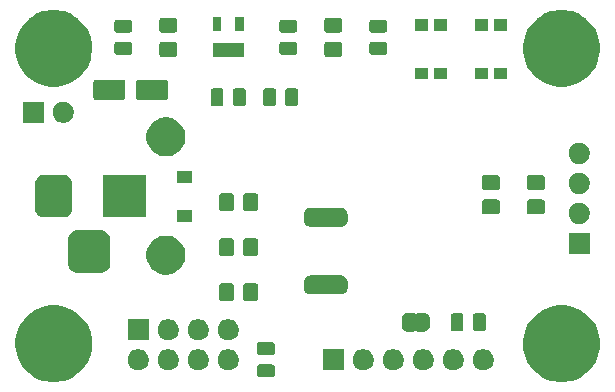
<source format=gbr>
G04 #@! TF.GenerationSoftware,KiCad,Pcbnew,(5.1.6-0-10_14)*
G04 #@! TF.CreationDate,2020-11-11T00:58:41-06:00*
G04 #@! TF.ProjectId,TempHumSensWithESP01,54656d70-4875-46d5-9365-6e7357697468,rev?*
G04 #@! TF.SameCoordinates,Original*
G04 #@! TF.FileFunction,Soldermask,Top*
G04 #@! TF.FilePolarity,Negative*
%FSLAX46Y46*%
G04 Gerber Fmt 4.6, Leading zero omitted, Abs format (unit mm)*
G04 Created by KiCad (PCBNEW (5.1.6-0-10_14)) date 2020-11-11 00:58:41*
%MOMM*%
%LPD*%
G01*
G04 APERTURE LIST*
%ADD10C,0.100000*%
G04 APERTURE END LIST*
D10*
G36*
X173634239Y-81811467D02*
G01*
X173948282Y-81873934D01*
X174539926Y-82119001D01*
X174940073Y-82386371D01*
X175072391Y-82474783D01*
X175525217Y-82927609D01*
X175542600Y-82953625D01*
X175880999Y-83460074D01*
X176126066Y-84051718D01*
X176126066Y-84051719D01*
X176251000Y-84679803D01*
X176251000Y-85320197D01*
X176223390Y-85459000D01*
X176126066Y-85948282D01*
X175880999Y-86539926D01*
X175654662Y-86878663D01*
X175533595Y-87059853D01*
X175525216Y-87072392D01*
X175072392Y-87525216D01*
X174539926Y-87880999D01*
X173948282Y-88126066D01*
X173634239Y-88188533D01*
X173320197Y-88251000D01*
X172679803Y-88251000D01*
X172365761Y-88188533D01*
X172051718Y-88126066D01*
X171460074Y-87880999D01*
X170927608Y-87525216D01*
X170474784Y-87072392D01*
X170466406Y-87059853D01*
X170345338Y-86878663D01*
X170119001Y-86539926D01*
X169873934Y-85948282D01*
X169776610Y-85459000D01*
X169749000Y-85320197D01*
X169749000Y-84679803D01*
X169873934Y-84051719D01*
X169873934Y-84051718D01*
X170119001Y-83460074D01*
X170457400Y-82953625D01*
X170474783Y-82927609D01*
X170927609Y-82474783D01*
X171059927Y-82386371D01*
X171460074Y-82119001D01*
X172051718Y-81873934D01*
X172365761Y-81811467D01*
X172679803Y-81749000D01*
X173320197Y-81749000D01*
X173634239Y-81811467D01*
G37*
G36*
X130634239Y-81811467D02*
G01*
X130948282Y-81873934D01*
X131539926Y-82119001D01*
X131940073Y-82386371D01*
X132072391Y-82474783D01*
X132525217Y-82927609D01*
X132542600Y-82953625D01*
X132880999Y-83460074D01*
X133126066Y-84051718D01*
X133126066Y-84051719D01*
X133251000Y-84679803D01*
X133251000Y-85320197D01*
X133223390Y-85459000D01*
X133126066Y-85948282D01*
X132880999Y-86539926D01*
X132654662Y-86878663D01*
X132533595Y-87059853D01*
X132525216Y-87072392D01*
X132072392Y-87525216D01*
X131539926Y-87880999D01*
X130948282Y-88126066D01*
X130634239Y-88188533D01*
X130320197Y-88251000D01*
X129679803Y-88251000D01*
X129365761Y-88188533D01*
X129051718Y-88126066D01*
X128460074Y-87880999D01*
X127927608Y-87525216D01*
X127474784Y-87072392D01*
X127466406Y-87059853D01*
X127345338Y-86878663D01*
X127119001Y-86539926D01*
X126873934Y-85948282D01*
X126776610Y-85459000D01*
X126749000Y-85320197D01*
X126749000Y-84679803D01*
X126873934Y-84051719D01*
X126873934Y-84051718D01*
X127119001Y-83460074D01*
X127457400Y-82953625D01*
X127474783Y-82927609D01*
X127927609Y-82474783D01*
X128059927Y-82386371D01*
X128460074Y-82119001D01*
X129051718Y-81873934D01*
X129365761Y-81811467D01*
X129679803Y-81749000D01*
X130320197Y-81749000D01*
X130634239Y-81811467D01*
G37*
G36*
X148539468Y-86763565D02*
G01*
X148578138Y-86775296D01*
X148613777Y-86794346D01*
X148645017Y-86819983D01*
X148670654Y-86851223D01*
X148689704Y-86886862D01*
X148701435Y-86925532D01*
X148706000Y-86971888D01*
X148706000Y-87623112D01*
X148701435Y-87669468D01*
X148689704Y-87708138D01*
X148670654Y-87743777D01*
X148645017Y-87775017D01*
X148613777Y-87800654D01*
X148578138Y-87819704D01*
X148539468Y-87831435D01*
X148493112Y-87836000D01*
X147416888Y-87836000D01*
X147370532Y-87831435D01*
X147331862Y-87819704D01*
X147296223Y-87800654D01*
X147264983Y-87775017D01*
X147239346Y-87743777D01*
X147220296Y-87708138D01*
X147208565Y-87669468D01*
X147204000Y-87623112D01*
X147204000Y-86971888D01*
X147208565Y-86925532D01*
X147220296Y-86886862D01*
X147239346Y-86851223D01*
X147264983Y-86819983D01*
X147296223Y-86794346D01*
X147331862Y-86775296D01*
X147370532Y-86763565D01*
X147416888Y-86759000D01*
X148493112Y-86759000D01*
X148539468Y-86763565D01*
G37*
G36*
X154571000Y-87261000D02*
G01*
X152769000Y-87261000D01*
X152769000Y-85459000D01*
X154571000Y-85459000D01*
X154571000Y-87261000D01*
G37*
G36*
X144893512Y-85463927D02*
G01*
X145042812Y-85493624D01*
X145206784Y-85561544D01*
X145354354Y-85660147D01*
X145479853Y-85785646D01*
X145578456Y-85933216D01*
X145646376Y-86097188D01*
X145675987Y-86246056D01*
X145679435Y-86263388D01*
X145681000Y-86271259D01*
X145681000Y-86448741D01*
X145646376Y-86622812D01*
X145578456Y-86786784D01*
X145479853Y-86934354D01*
X145354354Y-87059853D01*
X145206784Y-87158456D01*
X145042812Y-87226376D01*
X144893512Y-87256073D01*
X144868742Y-87261000D01*
X144691258Y-87261000D01*
X144666488Y-87256073D01*
X144517188Y-87226376D01*
X144353216Y-87158456D01*
X144205646Y-87059853D01*
X144080147Y-86934354D01*
X143981544Y-86786784D01*
X143913624Y-86622812D01*
X143879000Y-86448741D01*
X143879000Y-86271259D01*
X143880566Y-86263388D01*
X143884013Y-86246056D01*
X143913624Y-86097188D01*
X143981544Y-85933216D01*
X144080147Y-85785646D01*
X144205646Y-85660147D01*
X144353216Y-85561544D01*
X144517188Y-85493624D01*
X144666488Y-85463927D01*
X144691258Y-85459000D01*
X144868742Y-85459000D01*
X144893512Y-85463927D01*
G37*
G36*
X142353512Y-85463927D02*
G01*
X142502812Y-85493624D01*
X142666784Y-85561544D01*
X142814354Y-85660147D01*
X142939853Y-85785646D01*
X143038456Y-85933216D01*
X143106376Y-86097188D01*
X143135987Y-86246056D01*
X143139435Y-86263388D01*
X143141000Y-86271259D01*
X143141000Y-86448741D01*
X143106376Y-86622812D01*
X143038456Y-86786784D01*
X142939853Y-86934354D01*
X142814354Y-87059853D01*
X142666784Y-87158456D01*
X142502812Y-87226376D01*
X142353512Y-87256073D01*
X142328742Y-87261000D01*
X142151258Y-87261000D01*
X142126488Y-87256073D01*
X141977188Y-87226376D01*
X141813216Y-87158456D01*
X141665646Y-87059853D01*
X141540147Y-86934354D01*
X141441544Y-86786784D01*
X141373624Y-86622812D01*
X141339000Y-86448741D01*
X141339000Y-86271259D01*
X141340566Y-86263388D01*
X141344013Y-86246056D01*
X141373624Y-86097188D01*
X141441544Y-85933216D01*
X141540147Y-85785646D01*
X141665646Y-85660147D01*
X141813216Y-85561544D01*
X141977188Y-85493624D01*
X142126488Y-85463927D01*
X142151258Y-85459000D01*
X142328742Y-85459000D01*
X142353512Y-85463927D01*
G37*
G36*
X139813512Y-85463927D02*
G01*
X139962812Y-85493624D01*
X140126784Y-85561544D01*
X140274354Y-85660147D01*
X140399853Y-85785646D01*
X140498456Y-85933216D01*
X140566376Y-86097188D01*
X140595987Y-86246056D01*
X140599435Y-86263388D01*
X140601000Y-86271259D01*
X140601000Y-86448741D01*
X140566376Y-86622812D01*
X140498456Y-86786784D01*
X140399853Y-86934354D01*
X140274354Y-87059853D01*
X140126784Y-87158456D01*
X139962812Y-87226376D01*
X139813512Y-87256073D01*
X139788742Y-87261000D01*
X139611258Y-87261000D01*
X139586488Y-87256073D01*
X139437188Y-87226376D01*
X139273216Y-87158456D01*
X139125646Y-87059853D01*
X139000147Y-86934354D01*
X138901544Y-86786784D01*
X138833624Y-86622812D01*
X138799000Y-86448741D01*
X138799000Y-86271259D01*
X138800566Y-86263388D01*
X138804013Y-86246056D01*
X138833624Y-86097188D01*
X138901544Y-85933216D01*
X139000147Y-85785646D01*
X139125646Y-85660147D01*
X139273216Y-85561544D01*
X139437188Y-85493624D01*
X139586488Y-85463927D01*
X139611258Y-85459000D01*
X139788742Y-85459000D01*
X139813512Y-85463927D01*
G37*
G36*
X137273512Y-85463927D02*
G01*
X137422812Y-85493624D01*
X137586784Y-85561544D01*
X137734354Y-85660147D01*
X137859853Y-85785646D01*
X137958456Y-85933216D01*
X138026376Y-86097188D01*
X138055987Y-86246056D01*
X138059435Y-86263388D01*
X138061000Y-86271259D01*
X138061000Y-86448741D01*
X138026376Y-86622812D01*
X137958456Y-86786784D01*
X137859853Y-86934354D01*
X137734354Y-87059853D01*
X137586784Y-87158456D01*
X137422812Y-87226376D01*
X137273512Y-87256073D01*
X137248742Y-87261000D01*
X137071258Y-87261000D01*
X137046488Y-87256073D01*
X136897188Y-87226376D01*
X136733216Y-87158456D01*
X136585646Y-87059853D01*
X136460147Y-86934354D01*
X136361544Y-86786784D01*
X136293624Y-86622812D01*
X136259000Y-86448741D01*
X136259000Y-86271259D01*
X136260566Y-86263388D01*
X136264013Y-86246056D01*
X136293624Y-86097188D01*
X136361544Y-85933216D01*
X136460147Y-85785646D01*
X136585646Y-85660147D01*
X136733216Y-85561544D01*
X136897188Y-85493624D01*
X137046488Y-85463927D01*
X137071258Y-85459000D01*
X137248742Y-85459000D01*
X137273512Y-85463927D01*
G37*
G36*
X156323512Y-85463927D02*
G01*
X156472812Y-85493624D01*
X156636784Y-85561544D01*
X156784354Y-85660147D01*
X156909853Y-85785646D01*
X157008456Y-85933216D01*
X157076376Y-86097188D01*
X157105987Y-86246056D01*
X157109435Y-86263388D01*
X157111000Y-86271259D01*
X157111000Y-86448741D01*
X157076376Y-86622812D01*
X157008456Y-86786784D01*
X156909853Y-86934354D01*
X156784354Y-87059853D01*
X156636784Y-87158456D01*
X156472812Y-87226376D01*
X156323512Y-87256073D01*
X156298742Y-87261000D01*
X156121258Y-87261000D01*
X156096488Y-87256073D01*
X155947188Y-87226376D01*
X155783216Y-87158456D01*
X155635646Y-87059853D01*
X155510147Y-86934354D01*
X155411544Y-86786784D01*
X155343624Y-86622812D01*
X155309000Y-86448741D01*
X155309000Y-86271259D01*
X155310566Y-86263388D01*
X155314013Y-86246056D01*
X155343624Y-86097188D01*
X155411544Y-85933216D01*
X155510147Y-85785646D01*
X155635646Y-85660147D01*
X155783216Y-85561544D01*
X155947188Y-85493624D01*
X156096488Y-85463927D01*
X156121258Y-85459000D01*
X156298742Y-85459000D01*
X156323512Y-85463927D01*
G37*
G36*
X166483512Y-85463927D02*
G01*
X166632812Y-85493624D01*
X166796784Y-85561544D01*
X166944354Y-85660147D01*
X167069853Y-85785646D01*
X167168456Y-85933216D01*
X167236376Y-86097188D01*
X167265987Y-86246056D01*
X167269435Y-86263388D01*
X167271000Y-86271259D01*
X167271000Y-86448741D01*
X167236376Y-86622812D01*
X167168456Y-86786784D01*
X167069853Y-86934354D01*
X166944354Y-87059853D01*
X166796784Y-87158456D01*
X166632812Y-87226376D01*
X166483512Y-87256073D01*
X166458742Y-87261000D01*
X166281258Y-87261000D01*
X166256488Y-87256073D01*
X166107188Y-87226376D01*
X165943216Y-87158456D01*
X165795646Y-87059853D01*
X165670147Y-86934354D01*
X165571544Y-86786784D01*
X165503624Y-86622812D01*
X165469000Y-86448741D01*
X165469000Y-86271259D01*
X165470566Y-86263388D01*
X165474013Y-86246056D01*
X165503624Y-86097188D01*
X165571544Y-85933216D01*
X165670147Y-85785646D01*
X165795646Y-85660147D01*
X165943216Y-85561544D01*
X166107188Y-85493624D01*
X166256488Y-85463927D01*
X166281258Y-85459000D01*
X166458742Y-85459000D01*
X166483512Y-85463927D01*
G37*
G36*
X163943512Y-85463927D02*
G01*
X164092812Y-85493624D01*
X164256784Y-85561544D01*
X164404354Y-85660147D01*
X164529853Y-85785646D01*
X164628456Y-85933216D01*
X164696376Y-86097188D01*
X164725987Y-86246056D01*
X164729435Y-86263388D01*
X164731000Y-86271259D01*
X164731000Y-86448741D01*
X164696376Y-86622812D01*
X164628456Y-86786784D01*
X164529853Y-86934354D01*
X164404354Y-87059853D01*
X164256784Y-87158456D01*
X164092812Y-87226376D01*
X163943512Y-87256073D01*
X163918742Y-87261000D01*
X163741258Y-87261000D01*
X163716488Y-87256073D01*
X163567188Y-87226376D01*
X163403216Y-87158456D01*
X163255646Y-87059853D01*
X163130147Y-86934354D01*
X163031544Y-86786784D01*
X162963624Y-86622812D01*
X162929000Y-86448741D01*
X162929000Y-86271259D01*
X162930566Y-86263388D01*
X162934013Y-86246056D01*
X162963624Y-86097188D01*
X163031544Y-85933216D01*
X163130147Y-85785646D01*
X163255646Y-85660147D01*
X163403216Y-85561544D01*
X163567188Y-85493624D01*
X163716488Y-85463927D01*
X163741258Y-85459000D01*
X163918742Y-85459000D01*
X163943512Y-85463927D01*
G37*
G36*
X161403512Y-85463927D02*
G01*
X161552812Y-85493624D01*
X161716784Y-85561544D01*
X161864354Y-85660147D01*
X161989853Y-85785646D01*
X162088456Y-85933216D01*
X162156376Y-86097188D01*
X162185987Y-86246056D01*
X162189435Y-86263388D01*
X162191000Y-86271259D01*
X162191000Y-86448741D01*
X162156376Y-86622812D01*
X162088456Y-86786784D01*
X161989853Y-86934354D01*
X161864354Y-87059853D01*
X161716784Y-87158456D01*
X161552812Y-87226376D01*
X161403512Y-87256073D01*
X161378742Y-87261000D01*
X161201258Y-87261000D01*
X161176488Y-87256073D01*
X161027188Y-87226376D01*
X160863216Y-87158456D01*
X160715646Y-87059853D01*
X160590147Y-86934354D01*
X160491544Y-86786784D01*
X160423624Y-86622812D01*
X160389000Y-86448741D01*
X160389000Y-86271259D01*
X160390566Y-86263388D01*
X160394013Y-86246056D01*
X160423624Y-86097188D01*
X160491544Y-85933216D01*
X160590147Y-85785646D01*
X160715646Y-85660147D01*
X160863216Y-85561544D01*
X161027188Y-85493624D01*
X161176488Y-85463927D01*
X161201258Y-85459000D01*
X161378742Y-85459000D01*
X161403512Y-85463927D01*
G37*
G36*
X158863512Y-85463927D02*
G01*
X159012812Y-85493624D01*
X159176784Y-85561544D01*
X159324354Y-85660147D01*
X159449853Y-85785646D01*
X159548456Y-85933216D01*
X159616376Y-86097188D01*
X159645987Y-86246056D01*
X159649435Y-86263388D01*
X159651000Y-86271259D01*
X159651000Y-86448741D01*
X159616376Y-86622812D01*
X159548456Y-86786784D01*
X159449853Y-86934354D01*
X159324354Y-87059853D01*
X159176784Y-87158456D01*
X159012812Y-87226376D01*
X158863512Y-87256073D01*
X158838742Y-87261000D01*
X158661258Y-87261000D01*
X158636488Y-87256073D01*
X158487188Y-87226376D01*
X158323216Y-87158456D01*
X158175646Y-87059853D01*
X158050147Y-86934354D01*
X157951544Y-86786784D01*
X157883624Y-86622812D01*
X157849000Y-86448741D01*
X157849000Y-86271259D01*
X157850566Y-86263388D01*
X157854013Y-86246056D01*
X157883624Y-86097188D01*
X157951544Y-85933216D01*
X158050147Y-85785646D01*
X158175646Y-85660147D01*
X158323216Y-85561544D01*
X158487188Y-85493624D01*
X158636488Y-85463927D01*
X158661258Y-85459000D01*
X158838742Y-85459000D01*
X158863512Y-85463927D01*
G37*
G36*
X148539468Y-84888565D02*
G01*
X148578138Y-84900296D01*
X148613777Y-84919346D01*
X148645017Y-84944983D01*
X148670654Y-84976223D01*
X148689704Y-85011862D01*
X148701435Y-85050532D01*
X148706000Y-85096888D01*
X148706000Y-85748112D01*
X148701435Y-85794468D01*
X148689704Y-85833138D01*
X148670654Y-85868777D01*
X148645017Y-85900017D01*
X148613777Y-85925654D01*
X148578138Y-85944704D01*
X148539468Y-85956435D01*
X148493112Y-85961000D01*
X147416888Y-85961000D01*
X147370532Y-85956435D01*
X147331862Y-85944704D01*
X147296223Y-85925654D01*
X147264983Y-85900017D01*
X147239346Y-85868777D01*
X147220296Y-85833138D01*
X147208565Y-85794468D01*
X147204000Y-85748112D01*
X147204000Y-85096888D01*
X147208565Y-85050532D01*
X147220296Y-85011862D01*
X147239346Y-84976223D01*
X147264983Y-84944983D01*
X147296223Y-84919346D01*
X147331862Y-84900296D01*
X147370532Y-84888565D01*
X147416888Y-84884000D01*
X148493112Y-84884000D01*
X148539468Y-84888565D01*
G37*
G36*
X142353512Y-82923927D02*
G01*
X142502812Y-82953624D01*
X142666784Y-83021544D01*
X142814354Y-83120147D01*
X142939853Y-83245646D01*
X143038456Y-83393216D01*
X143106376Y-83557188D01*
X143141000Y-83731259D01*
X143141000Y-83908741D01*
X143106376Y-84082812D01*
X143038456Y-84246784D01*
X142939853Y-84394354D01*
X142814354Y-84519853D01*
X142666784Y-84618456D01*
X142502812Y-84686376D01*
X142371454Y-84712504D01*
X142328742Y-84721000D01*
X142151258Y-84721000D01*
X142108546Y-84712504D01*
X141977188Y-84686376D01*
X141813216Y-84618456D01*
X141665646Y-84519853D01*
X141540147Y-84394354D01*
X141441544Y-84246784D01*
X141373624Y-84082812D01*
X141339000Y-83908741D01*
X141339000Y-83731259D01*
X141373624Y-83557188D01*
X141441544Y-83393216D01*
X141540147Y-83245646D01*
X141665646Y-83120147D01*
X141813216Y-83021544D01*
X141977188Y-82953624D01*
X142126488Y-82923927D01*
X142151258Y-82919000D01*
X142328742Y-82919000D01*
X142353512Y-82923927D01*
G37*
G36*
X139813512Y-82923927D02*
G01*
X139962812Y-82953624D01*
X140126784Y-83021544D01*
X140274354Y-83120147D01*
X140399853Y-83245646D01*
X140498456Y-83393216D01*
X140566376Y-83557188D01*
X140601000Y-83731259D01*
X140601000Y-83908741D01*
X140566376Y-84082812D01*
X140498456Y-84246784D01*
X140399853Y-84394354D01*
X140274354Y-84519853D01*
X140126784Y-84618456D01*
X139962812Y-84686376D01*
X139831454Y-84712504D01*
X139788742Y-84721000D01*
X139611258Y-84721000D01*
X139568546Y-84712504D01*
X139437188Y-84686376D01*
X139273216Y-84618456D01*
X139125646Y-84519853D01*
X139000147Y-84394354D01*
X138901544Y-84246784D01*
X138833624Y-84082812D01*
X138799000Y-83908741D01*
X138799000Y-83731259D01*
X138833624Y-83557188D01*
X138901544Y-83393216D01*
X139000147Y-83245646D01*
X139125646Y-83120147D01*
X139273216Y-83021544D01*
X139437188Y-82953624D01*
X139586488Y-82923927D01*
X139611258Y-82919000D01*
X139788742Y-82919000D01*
X139813512Y-82923927D01*
G37*
G36*
X138061000Y-84721000D02*
G01*
X136259000Y-84721000D01*
X136259000Y-82919000D01*
X138061000Y-82919000D01*
X138061000Y-84721000D01*
G37*
G36*
X144893512Y-82923927D02*
G01*
X145042812Y-82953624D01*
X145206784Y-83021544D01*
X145354354Y-83120147D01*
X145479853Y-83245646D01*
X145578456Y-83393216D01*
X145646376Y-83557188D01*
X145681000Y-83731259D01*
X145681000Y-83908741D01*
X145646376Y-84082812D01*
X145578456Y-84246784D01*
X145479853Y-84394354D01*
X145354354Y-84519853D01*
X145206784Y-84618456D01*
X145042812Y-84686376D01*
X144911454Y-84712504D01*
X144868742Y-84721000D01*
X144691258Y-84721000D01*
X144648546Y-84712504D01*
X144517188Y-84686376D01*
X144353216Y-84618456D01*
X144205646Y-84519853D01*
X144080147Y-84394354D01*
X143981544Y-84246784D01*
X143913624Y-84082812D01*
X143879000Y-83908741D01*
X143879000Y-83731259D01*
X143913624Y-83557188D01*
X143981544Y-83393216D01*
X144080147Y-83245646D01*
X144205646Y-83120147D01*
X144353216Y-83021544D01*
X144517188Y-82953624D01*
X144666488Y-82923927D01*
X144691258Y-82919000D01*
X144868742Y-82919000D01*
X144893512Y-82923927D01*
G37*
G36*
X160514999Y-82384737D02*
G01*
X160524608Y-82387652D01*
X160533472Y-82392390D01*
X160541237Y-82398763D01*
X160551448Y-82411206D01*
X160558378Y-82421575D01*
X160575705Y-82438902D01*
X160596080Y-82452515D01*
X160618720Y-82461891D01*
X160642753Y-82466671D01*
X160667257Y-82466670D01*
X160691290Y-82461888D01*
X160713929Y-82452510D01*
X160734302Y-82438895D01*
X160751629Y-82421568D01*
X160758558Y-82411198D01*
X160768763Y-82398763D01*
X160776528Y-82392390D01*
X160785392Y-82387652D01*
X160795001Y-82384737D01*
X160811140Y-82383148D01*
X161298861Y-82383148D01*
X161317199Y-82384954D01*
X161329450Y-82385556D01*
X161347869Y-82385556D01*
X161370149Y-82387750D01*
X161454233Y-82404476D01*
X161475660Y-82410976D01*
X161554858Y-82443780D01*
X161560303Y-82446691D01*
X161560309Y-82446693D01*
X161569169Y-82451429D01*
X161569173Y-82451432D01*
X161574614Y-82454340D01*
X161645899Y-82501971D01*
X161663204Y-82516172D01*
X161723828Y-82576796D01*
X161738029Y-82594101D01*
X161785660Y-82665386D01*
X161788568Y-82670827D01*
X161788571Y-82670831D01*
X161793307Y-82679691D01*
X161793309Y-82679697D01*
X161796220Y-82685142D01*
X161829024Y-82764340D01*
X161835524Y-82785767D01*
X161852250Y-82869851D01*
X161854444Y-82892131D01*
X161854444Y-82910550D01*
X161855046Y-82922801D01*
X161856852Y-82941139D01*
X161856852Y-83428862D01*
X161855046Y-83447199D01*
X161854444Y-83459450D01*
X161854444Y-83477869D01*
X161852250Y-83500149D01*
X161835524Y-83584233D01*
X161829024Y-83605660D01*
X161796220Y-83684858D01*
X161793309Y-83690303D01*
X161793307Y-83690309D01*
X161788571Y-83699169D01*
X161788568Y-83699173D01*
X161785660Y-83704614D01*
X161738029Y-83775899D01*
X161723828Y-83793204D01*
X161663204Y-83853828D01*
X161645899Y-83868029D01*
X161574614Y-83915660D01*
X161569173Y-83918568D01*
X161569169Y-83918571D01*
X161560309Y-83923307D01*
X161560303Y-83923309D01*
X161554858Y-83926220D01*
X161475660Y-83959024D01*
X161454233Y-83965524D01*
X161370149Y-83982250D01*
X161347869Y-83984444D01*
X161329450Y-83984444D01*
X161317199Y-83985046D01*
X161298862Y-83986852D01*
X160811140Y-83986852D01*
X160795001Y-83985263D01*
X160785392Y-83982348D01*
X160776528Y-83977610D01*
X160768763Y-83971237D01*
X160758552Y-83958794D01*
X160751622Y-83948425D01*
X160734295Y-83931098D01*
X160713920Y-83917485D01*
X160691280Y-83908109D01*
X160667247Y-83903329D01*
X160642743Y-83903330D01*
X160618710Y-83908112D01*
X160596071Y-83917490D01*
X160575698Y-83931105D01*
X160558371Y-83948432D01*
X160551442Y-83958802D01*
X160541237Y-83971237D01*
X160533472Y-83977610D01*
X160524608Y-83982348D01*
X160514999Y-83985263D01*
X160498860Y-83986852D01*
X160011138Y-83986852D01*
X159992801Y-83985046D01*
X159980550Y-83984444D01*
X159962131Y-83984444D01*
X159939851Y-83982250D01*
X159855767Y-83965524D01*
X159834340Y-83959024D01*
X159755142Y-83926220D01*
X159749697Y-83923309D01*
X159749691Y-83923307D01*
X159740831Y-83918571D01*
X159740827Y-83918568D01*
X159735386Y-83915660D01*
X159664101Y-83868029D01*
X159646796Y-83853828D01*
X159586172Y-83793204D01*
X159571971Y-83775899D01*
X159524340Y-83704614D01*
X159521432Y-83699173D01*
X159521429Y-83699169D01*
X159516693Y-83690309D01*
X159516691Y-83690303D01*
X159513780Y-83684858D01*
X159480976Y-83605660D01*
X159474476Y-83584233D01*
X159457750Y-83500149D01*
X159455556Y-83477869D01*
X159455556Y-83459450D01*
X159454954Y-83447199D01*
X159453148Y-83428862D01*
X159453148Y-82941139D01*
X159454954Y-82922801D01*
X159455556Y-82910550D01*
X159455556Y-82892131D01*
X159457750Y-82869851D01*
X159474476Y-82785767D01*
X159480976Y-82764340D01*
X159513780Y-82685142D01*
X159516691Y-82679697D01*
X159516693Y-82679691D01*
X159521429Y-82670831D01*
X159521432Y-82670827D01*
X159524340Y-82665386D01*
X159571971Y-82594101D01*
X159586172Y-82576796D01*
X159646796Y-82516172D01*
X159664101Y-82501971D01*
X159735386Y-82454340D01*
X159740827Y-82451432D01*
X159740831Y-82451429D01*
X159749691Y-82446693D01*
X159749697Y-82446691D01*
X159755142Y-82443780D01*
X159834340Y-82410976D01*
X159855767Y-82404476D01*
X159939851Y-82387750D01*
X159962131Y-82385556D01*
X159980550Y-82385556D01*
X159992801Y-82384954D01*
X160011139Y-82383148D01*
X160498860Y-82383148D01*
X160514999Y-82384737D01*
G37*
G36*
X166409468Y-82438565D02*
G01*
X166448138Y-82450296D01*
X166483777Y-82469346D01*
X166515017Y-82494983D01*
X166540654Y-82526223D01*
X166559704Y-82561862D01*
X166571435Y-82600532D01*
X166576000Y-82646888D01*
X166576000Y-83723112D01*
X166571435Y-83769468D01*
X166559704Y-83808138D01*
X166540654Y-83843777D01*
X166515017Y-83875017D01*
X166483777Y-83900654D01*
X166448138Y-83919704D01*
X166409468Y-83931435D01*
X166363112Y-83936000D01*
X165711888Y-83936000D01*
X165665532Y-83931435D01*
X165626862Y-83919704D01*
X165591223Y-83900654D01*
X165559983Y-83875017D01*
X165534346Y-83843777D01*
X165515296Y-83808138D01*
X165503565Y-83769468D01*
X165499000Y-83723112D01*
X165499000Y-82646888D01*
X165503565Y-82600532D01*
X165515296Y-82561862D01*
X165534346Y-82526223D01*
X165559983Y-82494983D01*
X165591223Y-82469346D01*
X165626862Y-82450296D01*
X165665532Y-82438565D01*
X165711888Y-82434000D01*
X166363112Y-82434000D01*
X166409468Y-82438565D01*
G37*
G36*
X164534468Y-82438565D02*
G01*
X164573138Y-82450296D01*
X164608777Y-82469346D01*
X164640017Y-82494983D01*
X164665654Y-82526223D01*
X164684704Y-82561862D01*
X164696435Y-82600532D01*
X164701000Y-82646888D01*
X164701000Y-83723112D01*
X164696435Y-83769468D01*
X164684704Y-83808138D01*
X164665654Y-83843777D01*
X164640017Y-83875017D01*
X164608777Y-83900654D01*
X164573138Y-83919704D01*
X164534468Y-83931435D01*
X164488112Y-83936000D01*
X163836888Y-83936000D01*
X163790532Y-83931435D01*
X163751862Y-83919704D01*
X163716223Y-83900654D01*
X163684983Y-83875017D01*
X163659346Y-83843777D01*
X163640296Y-83808138D01*
X163628565Y-83769468D01*
X163624000Y-83723112D01*
X163624000Y-82646888D01*
X163628565Y-82600532D01*
X163640296Y-82561862D01*
X163659346Y-82526223D01*
X163684983Y-82494983D01*
X163716223Y-82469346D01*
X163751862Y-82450296D01*
X163790532Y-82438565D01*
X163836888Y-82434000D01*
X164488112Y-82434000D01*
X164534468Y-82438565D01*
G37*
G36*
X145098674Y-79898465D02*
G01*
X145136367Y-79909899D01*
X145171103Y-79928466D01*
X145201548Y-79953452D01*
X145226534Y-79983897D01*
X145245101Y-80018633D01*
X145256535Y-80056326D01*
X145261000Y-80101661D01*
X145261000Y-81188339D01*
X145256535Y-81233674D01*
X145245101Y-81271367D01*
X145226534Y-81306103D01*
X145201548Y-81336548D01*
X145171103Y-81361534D01*
X145136367Y-81380101D01*
X145098674Y-81391535D01*
X145053339Y-81396000D01*
X144216661Y-81396000D01*
X144171326Y-81391535D01*
X144133633Y-81380101D01*
X144098897Y-81361534D01*
X144068452Y-81336548D01*
X144043466Y-81306103D01*
X144024899Y-81271367D01*
X144013465Y-81233674D01*
X144009000Y-81188339D01*
X144009000Y-80101661D01*
X144013465Y-80056326D01*
X144024899Y-80018633D01*
X144043466Y-79983897D01*
X144068452Y-79953452D01*
X144098897Y-79928466D01*
X144133633Y-79909899D01*
X144171326Y-79898465D01*
X144216661Y-79894000D01*
X145053339Y-79894000D01*
X145098674Y-79898465D01*
G37*
G36*
X147148674Y-79898465D02*
G01*
X147186367Y-79909899D01*
X147221103Y-79928466D01*
X147251548Y-79953452D01*
X147276534Y-79983897D01*
X147295101Y-80018633D01*
X147306535Y-80056326D01*
X147311000Y-80101661D01*
X147311000Y-81188339D01*
X147306535Y-81233674D01*
X147295101Y-81271367D01*
X147276534Y-81306103D01*
X147251548Y-81336548D01*
X147221103Y-81361534D01*
X147186367Y-81380101D01*
X147148674Y-81391535D01*
X147103339Y-81396000D01*
X146266661Y-81396000D01*
X146221326Y-81391535D01*
X146183633Y-81380101D01*
X146148897Y-81361534D01*
X146118452Y-81336548D01*
X146093466Y-81306103D01*
X146074899Y-81271367D01*
X146063465Y-81233674D01*
X146059000Y-81188339D01*
X146059000Y-80101661D01*
X146063465Y-80056326D01*
X146074899Y-80018633D01*
X146093466Y-79983897D01*
X146118452Y-79953452D01*
X146148897Y-79928466D01*
X146183633Y-79909899D01*
X146221326Y-79898465D01*
X146266661Y-79894000D01*
X147103339Y-79894000D01*
X147148674Y-79898465D01*
G37*
G36*
X152294999Y-79209737D02*
G01*
X152309528Y-79214145D01*
X152322711Y-79219606D01*
X152346745Y-79224388D01*
X152371249Y-79224389D01*
X152395282Y-79219609D01*
X152417921Y-79210232D01*
X152419765Y-79209000D01*
X153651050Y-79209000D01*
X153663164Y-79215475D01*
X153686613Y-79222588D01*
X153710999Y-79224990D01*
X153735385Y-79222588D01*
X153758834Y-79215475D01*
X153763746Y-79213152D01*
X153775001Y-79209737D01*
X153791140Y-79208148D01*
X154328861Y-79208148D01*
X154347199Y-79209954D01*
X154359450Y-79210556D01*
X154377869Y-79210556D01*
X154400149Y-79212750D01*
X154484233Y-79229476D01*
X154505660Y-79235976D01*
X154584858Y-79268780D01*
X154590303Y-79271691D01*
X154590309Y-79271693D01*
X154599169Y-79276429D01*
X154599173Y-79276432D01*
X154604614Y-79279340D01*
X154675899Y-79326971D01*
X154693204Y-79341172D01*
X154753828Y-79401796D01*
X154768029Y-79419101D01*
X154815660Y-79490386D01*
X154818568Y-79495827D01*
X154818571Y-79495831D01*
X154823307Y-79504691D01*
X154823309Y-79504697D01*
X154826220Y-79510142D01*
X154859024Y-79589340D01*
X154865524Y-79610767D01*
X154882250Y-79694851D01*
X154884444Y-79717131D01*
X154884444Y-79735550D01*
X154885046Y-79747801D01*
X154886852Y-79766139D01*
X154886852Y-80253862D01*
X154885046Y-80272199D01*
X154884444Y-80284450D01*
X154884444Y-80302869D01*
X154882250Y-80325149D01*
X154865524Y-80409233D01*
X154859024Y-80430660D01*
X154826220Y-80509858D01*
X154823309Y-80515303D01*
X154823307Y-80515309D01*
X154818571Y-80524169D01*
X154818568Y-80524173D01*
X154815660Y-80529614D01*
X154768029Y-80600899D01*
X154753828Y-80618204D01*
X154693204Y-80678828D01*
X154675899Y-80693029D01*
X154604614Y-80740660D01*
X154599173Y-80743568D01*
X154599169Y-80743571D01*
X154590309Y-80748307D01*
X154590303Y-80748309D01*
X154584858Y-80751220D01*
X154505660Y-80784024D01*
X154484233Y-80790524D01*
X154400149Y-80807250D01*
X154377869Y-80809444D01*
X154359450Y-80809444D01*
X154347199Y-80810046D01*
X154328862Y-80811852D01*
X153791140Y-80811852D01*
X153775001Y-80810263D01*
X153760472Y-80805855D01*
X153747289Y-80800394D01*
X153723255Y-80795612D01*
X153698751Y-80795611D01*
X153674718Y-80800391D01*
X153652079Y-80809768D01*
X153650235Y-80811000D01*
X152418950Y-80811000D01*
X152406836Y-80804525D01*
X152383387Y-80797412D01*
X152359001Y-80795010D01*
X152334615Y-80797412D01*
X152311166Y-80804525D01*
X152306254Y-80806848D01*
X152294999Y-80810263D01*
X152278860Y-80811852D01*
X151741138Y-80811852D01*
X151722801Y-80810046D01*
X151710550Y-80809444D01*
X151692131Y-80809444D01*
X151669851Y-80807250D01*
X151585767Y-80790524D01*
X151564340Y-80784024D01*
X151485142Y-80751220D01*
X151479697Y-80748309D01*
X151479691Y-80748307D01*
X151470831Y-80743571D01*
X151470827Y-80743568D01*
X151465386Y-80740660D01*
X151394101Y-80693029D01*
X151376796Y-80678828D01*
X151316172Y-80618204D01*
X151301971Y-80600899D01*
X151254340Y-80529614D01*
X151251432Y-80524173D01*
X151251429Y-80524169D01*
X151246693Y-80515309D01*
X151246691Y-80515303D01*
X151243780Y-80509858D01*
X151210976Y-80430660D01*
X151204476Y-80409233D01*
X151187750Y-80325149D01*
X151185556Y-80302869D01*
X151185556Y-80284450D01*
X151184954Y-80272199D01*
X151183148Y-80253862D01*
X151183148Y-79766139D01*
X151184954Y-79747801D01*
X151185556Y-79735550D01*
X151185556Y-79717131D01*
X151187750Y-79694851D01*
X151204476Y-79610767D01*
X151210976Y-79589340D01*
X151243780Y-79510142D01*
X151246691Y-79504697D01*
X151246693Y-79504691D01*
X151251429Y-79495831D01*
X151251432Y-79495827D01*
X151254340Y-79490386D01*
X151301971Y-79419101D01*
X151316172Y-79401796D01*
X151376796Y-79341172D01*
X151394101Y-79326971D01*
X151465386Y-79279340D01*
X151470827Y-79276432D01*
X151470831Y-79276429D01*
X151479691Y-79271693D01*
X151479697Y-79271691D01*
X151485142Y-79268780D01*
X151564340Y-79235976D01*
X151585767Y-79229476D01*
X151669851Y-79212750D01*
X151692131Y-79210556D01*
X151710550Y-79210556D01*
X151722801Y-79209954D01*
X151741139Y-79208148D01*
X152278860Y-79208148D01*
X152294999Y-79209737D01*
G37*
G36*
X139875256Y-75891298D02*
G01*
X139981579Y-75912447D01*
X140282042Y-76036903D01*
X140552451Y-76217585D01*
X140782415Y-76447549D01*
X140963097Y-76717958D01*
X141087553Y-77018421D01*
X141151000Y-77337391D01*
X141151000Y-77662609D01*
X141087553Y-77981579D01*
X140963097Y-78282042D01*
X140782415Y-78552451D01*
X140552451Y-78782415D01*
X140282042Y-78963097D01*
X140282041Y-78963098D01*
X140282040Y-78963098D01*
X140194037Y-78999550D01*
X139981579Y-79087553D01*
X139875256Y-79108702D01*
X139662611Y-79151000D01*
X139337389Y-79151000D01*
X139124744Y-79108702D01*
X139018421Y-79087553D01*
X138805963Y-78999550D01*
X138717960Y-78963098D01*
X138717959Y-78963098D01*
X138717958Y-78963097D01*
X138447549Y-78782415D01*
X138217585Y-78552451D01*
X138036903Y-78282042D01*
X137912447Y-77981579D01*
X137849000Y-77662609D01*
X137849000Y-77337391D01*
X137912447Y-77018421D01*
X138036903Y-76717958D01*
X138217585Y-76447549D01*
X138447549Y-76217585D01*
X138717958Y-76036903D01*
X139018421Y-75912447D01*
X139124744Y-75891298D01*
X139337389Y-75849000D01*
X139662611Y-75849000D01*
X139875256Y-75891298D01*
G37*
G36*
X134126366Y-75415695D02*
G01*
X134283460Y-75463349D01*
X134428231Y-75540731D01*
X134555128Y-75644872D01*
X134659269Y-75771769D01*
X134736651Y-75916540D01*
X134784305Y-76073634D01*
X134801000Y-76243140D01*
X134801000Y-78156860D01*
X134784305Y-78326366D01*
X134736651Y-78483460D01*
X134659269Y-78628231D01*
X134555128Y-78755128D01*
X134428231Y-78859269D01*
X134283460Y-78936651D01*
X134126366Y-78984305D01*
X133956860Y-79001000D01*
X132043140Y-79001000D01*
X131873634Y-78984305D01*
X131716540Y-78936651D01*
X131571769Y-78859269D01*
X131444872Y-78755128D01*
X131340731Y-78628231D01*
X131263349Y-78483460D01*
X131215695Y-78326366D01*
X131199000Y-78156860D01*
X131199000Y-76243140D01*
X131215695Y-76073634D01*
X131263349Y-75916540D01*
X131340731Y-75771769D01*
X131444872Y-75644872D01*
X131571769Y-75540731D01*
X131716540Y-75463349D01*
X131873634Y-75415695D01*
X132043140Y-75399000D01*
X133956860Y-75399000D01*
X134126366Y-75415695D01*
G37*
G36*
X145098674Y-76088465D02*
G01*
X145136367Y-76099899D01*
X145171103Y-76118466D01*
X145201548Y-76143452D01*
X145226534Y-76173897D01*
X145245101Y-76208633D01*
X145256535Y-76246326D01*
X145261000Y-76291661D01*
X145261000Y-77378339D01*
X145256535Y-77423674D01*
X145245101Y-77461367D01*
X145226534Y-77496103D01*
X145201548Y-77526548D01*
X145171103Y-77551534D01*
X145136367Y-77570101D01*
X145098674Y-77581535D01*
X145053339Y-77586000D01*
X144216661Y-77586000D01*
X144171326Y-77581535D01*
X144133633Y-77570101D01*
X144098897Y-77551534D01*
X144068452Y-77526548D01*
X144043466Y-77496103D01*
X144024899Y-77461367D01*
X144013465Y-77423674D01*
X144009000Y-77378339D01*
X144009000Y-76291661D01*
X144013465Y-76246326D01*
X144024899Y-76208633D01*
X144043466Y-76173897D01*
X144068452Y-76143452D01*
X144098897Y-76118466D01*
X144133633Y-76099899D01*
X144171326Y-76088465D01*
X144216661Y-76084000D01*
X145053339Y-76084000D01*
X145098674Y-76088465D01*
G37*
G36*
X147148674Y-76088465D02*
G01*
X147186367Y-76099899D01*
X147221103Y-76118466D01*
X147251548Y-76143452D01*
X147276534Y-76173897D01*
X147295101Y-76208633D01*
X147306535Y-76246326D01*
X147311000Y-76291661D01*
X147311000Y-77378339D01*
X147306535Y-77423674D01*
X147295101Y-77461367D01*
X147276534Y-77496103D01*
X147251548Y-77526548D01*
X147221103Y-77551534D01*
X147186367Y-77570101D01*
X147148674Y-77581535D01*
X147103339Y-77586000D01*
X146266661Y-77586000D01*
X146221326Y-77581535D01*
X146183633Y-77570101D01*
X146148897Y-77551534D01*
X146118452Y-77526548D01*
X146093466Y-77496103D01*
X146074899Y-77461367D01*
X146063465Y-77423674D01*
X146059000Y-77378339D01*
X146059000Y-76291661D01*
X146063465Y-76246326D01*
X146074899Y-76208633D01*
X146093466Y-76173897D01*
X146118452Y-76143452D01*
X146148897Y-76118466D01*
X146183633Y-76099899D01*
X146221326Y-76088465D01*
X146266661Y-76084000D01*
X147103339Y-76084000D01*
X147148674Y-76088465D01*
G37*
G36*
X175401000Y-77401000D02*
G01*
X173599000Y-77401000D01*
X173599000Y-75599000D01*
X175401000Y-75599000D01*
X175401000Y-77401000D01*
G37*
G36*
X152294999Y-73494737D02*
G01*
X152309528Y-73499145D01*
X152322711Y-73504606D01*
X152346745Y-73509388D01*
X152371249Y-73509389D01*
X152395282Y-73504609D01*
X152417921Y-73495232D01*
X152419765Y-73494000D01*
X153651050Y-73494000D01*
X153663164Y-73500475D01*
X153686613Y-73507588D01*
X153710999Y-73509990D01*
X153735385Y-73507588D01*
X153758834Y-73500475D01*
X153763746Y-73498152D01*
X153775001Y-73494737D01*
X153791140Y-73493148D01*
X154328861Y-73493148D01*
X154347199Y-73494954D01*
X154359450Y-73495556D01*
X154377869Y-73495556D01*
X154400149Y-73497750D01*
X154484233Y-73514476D01*
X154505660Y-73520976D01*
X154584858Y-73553780D01*
X154590303Y-73556691D01*
X154590309Y-73556693D01*
X154599169Y-73561429D01*
X154599173Y-73561432D01*
X154604614Y-73564340D01*
X154675899Y-73611971D01*
X154693204Y-73626172D01*
X154753828Y-73686796D01*
X154768029Y-73704101D01*
X154815660Y-73775386D01*
X154818568Y-73780827D01*
X154818571Y-73780831D01*
X154823307Y-73789691D01*
X154823309Y-73789697D01*
X154826220Y-73795142D01*
X154859024Y-73874340D01*
X154865524Y-73895767D01*
X154882250Y-73979851D01*
X154884444Y-74002131D01*
X154884444Y-74020550D01*
X154885046Y-74032801D01*
X154886852Y-74051139D01*
X154886852Y-74538862D01*
X154885046Y-74557199D01*
X154884444Y-74569450D01*
X154884444Y-74587869D01*
X154882250Y-74610149D01*
X154865524Y-74694233D01*
X154859024Y-74715660D01*
X154826220Y-74794858D01*
X154823309Y-74800303D01*
X154823307Y-74800309D01*
X154818571Y-74809169D01*
X154818568Y-74809173D01*
X154815660Y-74814614D01*
X154768029Y-74885899D01*
X154753828Y-74903204D01*
X154693204Y-74963828D01*
X154675899Y-74978029D01*
X154604614Y-75025660D01*
X154599173Y-75028568D01*
X154599169Y-75028571D01*
X154590309Y-75033307D01*
X154590303Y-75033309D01*
X154584858Y-75036220D01*
X154505660Y-75069024D01*
X154484233Y-75075524D01*
X154400149Y-75092250D01*
X154377869Y-75094444D01*
X154359450Y-75094444D01*
X154347199Y-75095046D01*
X154328862Y-75096852D01*
X153791140Y-75096852D01*
X153775001Y-75095263D01*
X153760472Y-75090855D01*
X153747289Y-75085394D01*
X153723255Y-75080612D01*
X153698751Y-75080611D01*
X153674718Y-75085391D01*
X153652079Y-75094768D01*
X153650235Y-75096000D01*
X152418950Y-75096000D01*
X152406836Y-75089525D01*
X152383387Y-75082412D01*
X152359001Y-75080010D01*
X152334615Y-75082412D01*
X152311166Y-75089525D01*
X152306254Y-75091848D01*
X152294999Y-75095263D01*
X152278860Y-75096852D01*
X151741138Y-75096852D01*
X151722801Y-75095046D01*
X151710550Y-75094444D01*
X151692131Y-75094444D01*
X151669851Y-75092250D01*
X151585767Y-75075524D01*
X151564340Y-75069024D01*
X151485142Y-75036220D01*
X151479697Y-75033309D01*
X151479691Y-75033307D01*
X151470831Y-75028571D01*
X151470827Y-75028568D01*
X151465386Y-75025660D01*
X151394101Y-74978029D01*
X151376796Y-74963828D01*
X151316172Y-74903204D01*
X151301971Y-74885899D01*
X151254340Y-74814614D01*
X151251432Y-74809173D01*
X151251429Y-74809169D01*
X151246693Y-74800309D01*
X151246691Y-74800303D01*
X151243780Y-74794858D01*
X151210976Y-74715660D01*
X151204476Y-74694233D01*
X151187750Y-74610149D01*
X151185556Y-74587869D01*
X151185556Y-74569450D01*
X151184954Y-74557199D01*
X151183148Y-74538862D01*
X151183148Y-74051139D01*
X151184954Y-74032801D01*
X151185556Y-74020550D01*
X151185556Y-74002131D01*
X151187750Y-73979851D01*
X151204476Y-73895767D01*
X151210976Y-73874340D01*
X151243780Y-73795142D01*
X151246691Y-73789697D01*
X151246693Y-73789691D01*
X151251429Y-73780831D01*
X151251432Y-73780827D01*
X151254340Y-73775386D01*
X151301971Y-73704101D01*
X151316172Y-73686796D01*
X151376796Y-73626172D01*
X151394101Y-73611971D01*
X151465386Y-73564340D01*
X151470827Y-73561432D01*
X151470831Y-73561429D01*
X151479691Y-73556693D01*
X151479697Y-73556691D01*
X151485142Y-73553780D01*
X151564340Y-73520976D01*
X151585767Y-73514476D01*
X151669851Y-73497750D01*
X151692131Y-73495556D01*
X151710550Y-73495556D01*
X151722801Y-73494954D01*
X151741139Y-73493148D01*
X152278860Y-73493148D01*
X152294999Y-73494737D01*
G37*
G36*
X174599666Y-73061173D02*
G01*
X174762812Y-73093624D01*
X174926784Y-73161544D01*
X175074354Y-73260147D01*
X175199853Y-73385646D01*
X175298456Y-73533216D01*
X175366376Y-73697188D01*
X175401000Y-73871259D01*
X175401000Y-74048741D01*
X175366376Y-74222812D01*
X175298456Y-74386784D01*
X175199853Y-74534354D01*
X175074354Y-74659853D01*
X174926784Y-74758456D01*
X174762812Y-74826376D01*
X174613512Y-74856073D01*
X174588742Y-74861000D01*
X174411258Y-74861000D01*
X174386488Y-74856073D01*
X174237188Y-74826376D01*
X174073216Y-74758456D01*
X173925646Y-74659853D01*
X173800147Y-74534354D01*
X173701544Y-74386784D01*
X173633624Y-74222812D01*
X173599000Y-74048741D01*
X173599000Y-73871259D01*
X173633624Y-73697188D01*
X173701544Y-73533216D01*
X173800147Y-73385646D01*
X173925646Y-73260147D01*
X174073216Y-73161544D01*
X174237188Y-73093624D01*
X174400334Y-73061173D01*
X174411258Y-73059000D01*
X174588742Y-73059000D01*
X174599666Y-73061173D01*
G37*
G36*
X141748000Y-74668000D02*
G01*
X140446000Y-74668000D01*
X140446000Y-73666000D01*
X141748000Y-73666000D01*
X141748000Y-74668000D01*
G37*
G36*
X130976979Y-70713293D02*
G01*
X131110625Y-70753834D01*
X131233784Y-70819664D01*
X131341740Y-70908260D01*
X131430336Y-71016216D01*
X131496166Y-71139375D01*
X131536707Y-71273021D01*
X131551000Y-71418140D01*
X131551000Y-73581860D01*
X131536707Y-73726979D01*
X131496166Y-73860625D01*
X131430336Y-73983784D01*
X131341740Y-74091740D01*
X131233784Y-74180336D01*
X131110625Y-74246166D01*
X130976979Y-74286707D01*
X130831860Y-74301000D01*
X129168140Y-74301000D01*
X129023021Y-74286707D01*
X128889375Y-74246166D01*
X128766216Y-74180336D01*
X128658260Y-74091740D01*
X128569664Y-73983784D01*
X128503834Y-73860625D01*
X128463293Y-73726979D01*
X128449000Y-73581860D01*
X128449000Y-71418140D01*
X128463293Y-71273021D01*
X128503834Y-71139375D01*
X128569664Y-71016216D01*
X128658260Y-70908260D01*
X128766216Y-70819664D01*
X128889375Y-70753834D01*
X129023021Y-70713293D01*
X129168140Y-70699000D01*
X130831860Y-70699000D01*
X130976979Y-70713293D01*
G37*
G36*
X137801000Y-74301000D02*
G01*
X134199000Y-74301000D01*
X134199000Y-70699000D01*
X137801000Y-70699000D01*
X137801000Y-74301000D01*
G37*
G36*
X167593674Y-72793465D02*
G01*
X167631367Y-72804899D01*
X167666103Y-72823466D01*
X167696548Y-72848452D01*
X167721534Y-72878897D01*
X167740101Y-72913633D01*
X167751535Y-72951326D01*
X167756000Y-72996661D01*
X167756000Y-73833339D01*
X167751535Y-73878674D01*
X167740101Y-73916367D01*
X167721534Y-73951103D01*
X167696548Y-73981548D01*
X167666103Y-74006534D01*
X167631367Y-74025101D01*
X167593674Y-74036535D01*
X167548339Y-74041000D01*
X166461661Y-74041000D01*
X166416326Y-74036535D01*
X166378633Y-74025101D01*
X166343897Y-74006534D01*
X166313452Y-73981548D01*
X166288466Y-73951103D01*
X166269899Y-73916367D01*
X166258465Y-73878674D01*
X166254000Y-73833339D01*
X166254000Y-72996661D01*
X166258465Y-72951326D01*
X166269899Y-72913633D01*
X166288466Y-72878897D01*
X166313452Y-72848452D01*
X166343897Y-72823466D01*
X166378633Y-72804899D01*
X166416326Y-72793465D01*
X166461661Y-72789000D01*
X167548339Y-72789000D01*
X167593674Y-72793465D01*
G37*
G36*
X171403674Y-72793465D02*
G01*
X171441367Y-72804899D01*
X171476103Y-72823466D01*
X171506548Y-72848452D01*
X171531534Y-72878897D01*
X171550101Y-72913633D01*
X171561535Y-72951326D01*
X171566000Y-72996661D01*
X171566000Y-73833339D01*
X171561535Y-73878674D01*
X171550101Y-73916367D01*
X171531534Y-73951103D01*
X171506548Y-73981548D01*
X171476103Y-74006534D01*
X171441367Y-74025101D01*
X171403674Y-74036535D01*
X171358339Y-74041000D01*
X170271661Y-74041000D01*
X170226326Y-74036535D01*
X170188633Y-74025101D01*
X170153897Y-74006534D01*
X170123452Y-73981548D01*
X170098466Y-73951103D01*
X170079899Y-73916367D01*
X170068465Y-73878674D01*
X170064000Y-73833339D01*
X170064000Y-72996661D01*
X170068465Y-72951326D01*
X170079899Y-72913633D01*
X170098466Y-72878897D01*
X170123452Y-72848452D01*
X170153897Y-72823466D01*
X170188633Y-72804899D01*
X170226326Y-72793465D01*
X170271661Y-72789000D01*
X171358339Y-72789000D01*
X171403674Y-72793465D01*
G37*
G36*
X145098674Y-72278465D02*
G01*
X145136367Y-72289899D01*
X145171103Y-72308466D01*
X145201548Y-72333452D01*
X145226534Y-72363897D01*
X145245101Y-72398633D01*
X145256535Y-72436326D01*
X145261000Y-72481661D01*
X145261000Y-73568339D01*
X145256535Y-73613674D01*
X145245101Y-73651367D01*
X145226534Y-73686103D01*
X145201548Y-73716548D01*
X145171103Y-73741534D01*
X145136367Y-73760101D01*
X145098674Y-73771535D01*
X145053339Y-73776000D01*
X144216661Y-73776000D01*
X144171326Y-73771535D01*
X144133633Y-73760101D01*
X144098897Y-73741534D01*
X144068452Y-73716548D01*
X144043466Y-73686103D01*
X144024899Y-73651367D01*
X144013465Y-73613674D01*
X144009000Y-73568339D01*
X144009000Y-72481661D01*
X144013465Y-72436326D01*
X144024899Y-72398633D01*
X144043466Y-72363897D01*
X144068452Y-72333452D01*
X144098897Y-72308466D01*
X144133633Y-72289899D01*
X144171326Y-72278465D01*
X144216661Y-72274000D01*
X145053339Y-72274000D01*
X145098674Y-72278465D01*
G37*
G36*
X147148674Y-72278465D02*
G01*
X147186367Y-72289899D01*
X147221103Y-72308466D01*
X147251548Y-72333452D01*
X147276534Y-72363897D01*
X147295101Y-72398633D01*
X147306535Y-72436326D01*
X147311000Y-72481661D01*
X147311000Y-73568339D01*
X147306535Y-73613674D01*
X147295101Y-73651367D01*
X147276534Y-73686103D01*
X147251548Y-73716548D01*
X147221103Y-73741534D01*
X147186367Y-73760101D01*
X147148674Y-73771535D01*
X147103339Y-73776000D01*
X146266661Y-73776000D01*
X146221326Y-73771535D01*
X146183633Y-73760101D01*
X146148897Y-73741534D01*
X146118452Y-73716548D01*
X146093466Y-73686103D01*
X146074899Y-73651367D01*
X146063465Y-73613674D01*
X146059000Y-73568339D01*
X146059000Y-72481661D01*
X146063465Y-72436326D01*
X146074899Y-72398633D01*
X146093466Y-72363897D01*
X146118452Y-72333452D01*
X146148897Y-72308466D01*
X146183633Y-72289899D01*
X146221326Y-72278465D01*
X146266661Y-72274000D01*
X147103339Y-72274000D01*
X147148674Y-72278465D01*
G37*
G36*
X174613512Y-70523927D02*
G01*
X174762812Y-70553624D01*
X174926784Y-70621544D01*
X175074354Y-70720147D01*
X175199853Y-70845646D01*
X175298456Y-70993216D01*
X175366376Y-71157188D01*
X175389416Y-71273021D01*
X175399399Y-71323207D01*
X175401000Y-71331259D01*
X175401000Y-71508741D01*
X175366376Y-71682812D01*
X175298456Y-71846784D01*
X175199853Y-71994354D01*
X175074354Y-72119853D01*
X174926784Y-72218456D01*
X174762812Y-72286376D01*
X174613512Y-72316073D01*
X174588742Y-72321000D01*
X174411258Y-72321000D01*
X174386488Y-72316073D01*
X174237188Y-72286376D01*
X174073216Y-72218456D01*
X173925646Y-72119853D01*
X173800147Y-71994354D01*
X173701544Y-71846784D01*
X173633624Y-71682812D01*
X173599000Y-71508741D01*
X173599000Y-71331259D01*
X173600602Y-71323207D01*
X173610584Y-71273021D01*
X173633624Y-71157188D01*
X173701544Y-70993216D01*
X173800147Y-70845646D01*
X173925646Y-70720147D01*
X174073216Y-70621544D01*
X174237188Y-70553624D01*
X174386488Y-70523927D01*
X174411258Y-70519000D01*
X174588742Y-70519000D01*
X174613512Y-70523927D01*
G37*
G36*
X171403674Y-70743465D02*
G01*
X171441367Y-70754899D01*
X171476103Y-70773466D01*
X171506548Y-70798452D01*
X171531534Y-70828897D01*
X171550101Y-70863633D01*
X171561535Y-70901326D01*
X171566000Y-70946661D01*
X171566000Y-71783339D01*
X171561535Y-71828674D01*
X171550101Y-71866367D01*
X171531534Y-71901103D01*
X171506548Y-71931548D01*
X171476103Y-71956534D01*
X171441367Y-71975101D01*
X171403674Y-71986535D01*
X171358339Y-71991000D01*
X170271661Y-71991000D01*
X170226326Y-71986535D01*
X170188633Y-71975101D01*
X170153897Y-71956534D01*
X170123452Y-71931548D01*
X170098466Y-71901103D01*
X170079899Y-71866367D01*
X170068465Y-71828674D01*
X170064000Y-71783339D01*
X170064000Y-70946661D01*
X170068465Y-70901326D01*
X170079899Y-70863633D01*
X170098466Y-70828897D01*
X170123452Y-70798452D01*
X170153897Y-70773466D01*
X170188633Y-70754899D01*
X170226326Y-70743465D01*
X170271661Y-70739000D01*
X171358339Y-70739000D01*
X171403674Y-70743465D01*
G37*
G36*
X167593674Y-70743465D02*
G01*
X167631367Y-70754899D01*
X167666103Y-70773466D01*
X167696548Y-70798452D01*
X167721534Y-70828897D01*
X167740101Y-70863633D01*
X167751535Y-70901326D01*
X167756000Y-70946661D01*
X167756000Y-71783339D01*
X167751535Y-71828674D01*
X167740101Y-71866367D01*
X167721534Y-71901103D01*
X167696548Y-71931548D01*
X167666103Y-71956534D01*
X167631367Y-71975101D01*
X167593674Y-71986535D01*
X167548339Y-71991000D01*
X166461661Y-71991000D01*
X166416326Y-71986535D01*
X166378633Y-71975101D01*
X166343897Y-71956534D01*
X166313452Y-71931548D01*
X166288466Y-71901103D01*
X166269899Y-71866367D01*
X166258465Y-71828674D01*
X166254000Y-71783339D01*
X166254000Y-70946661D01*
X166258465Y-70901326D01*
X166269899Y-70863633D01*
X166288466Y-70828897D01*
X166313452Y-70798452D01*
X166343897Y-70773466D01*
X166378633Y-70754899D01*
X166416326Y-70743465D01*
X166461661Y-70739000D01*
X167548339Y-70739000D01*
X167593674Y-70743465D01*
G37*
G36*
X141748000Y-71368000D02*
G01*
X140446000Y-71368000D01*
X140446000Y-70366000D01*
X141748000Y-70366000D01*
X141748000Y-71368000D01*
G37*
G36*
X174601702Y-67981578D02*
G01*
X174762812Y-68013624D01*
X174926784Y-68081544D01*
X175074354Y-68180147D01*
X175199853Y-68305646D01*
X175298456Y-68453216D01*
X175366376Y-68617188D01*
X175401000Y-68791259D01*
X175401000Y-68968741D01*
X175366376Y-69142812D01*
X175298456Y-69306784D01*
X175199853Y-69454354D01*
X175074354Y-69579853D01*
X174926784Y-69678456D01*
X174762812Y-69746376D01*
X174613512Y-69776073D01*
X174588742Y-69781000D01*
X174411258Y-69781000D01*
X174386488Y-69776073D01*
X174237188Y-69746376D01*
X174073216Y-69678456D01*
X173925646Y-69579853D01*
X173800147Y-69454354D01*
X173701544Y-69306784D01*
X173633624Y-69142812D01*
X173599000Y-68968741D01*
X173599000Y-68791259D01*
X173633624Y-68617188D01*
X173701544Y-68453216D01*
X173800147Y-68305646D01*
X173925646Y-68180147D01*
X174073216Y-68081544D01*
X174237188Y-68013624D01*
X174398298Y-67981578D01*
X174411258Y-67979000D01*
X174588742Y-67979000D01*
X174601702Y-67981578D01*
G37*
G36*
X139875256Y-65891298D02*
G01*
X139981579Y-65912447D01*
X140282042Y-66036903D01*
X140552451Y-66217585D01*
X140782415Y-66447549D01*
X140963097Y-66717958D01*
X141087553Y-67018421D01*
X141151000Y-67337391D01*
X141151000Y-67662609D01*
X141087553Y-67981579D01*
X140963097Y-68282042D01*
X140782415Y-68552451D01*
X140552451Y-68782415D01*
X140282042Y-68963097D01*
X140282041Y-68963098D01*
X140282040Y-68963098D01*
X140268414Y-68968742D01*
X139981579Y-69087553D01*
X139875256Y-69108702D01*
X139662611Y-69151000D01*
X139337389Y-69151000D01*
X139124744Y-69108702D01*
X139018421Y-69087553D01*
X138731586Y-68968742D01*
X138717960Y-68963098D01*
X138717959Y-68963098D01*
X138717958Y-68963097D01*
X138447549Y-68782415D01*
X138217585Y-68552451D01*
X138036903Y-68282042D01*
X137912447Y-67981579D01*
X137849000Y-67662609D01*
X137849000Y-67337391D01*
X137912447Y-67018421D01*
X138036903Y-66717958D01*
X138217585Y-66447549D01*
X138447549Y-66217585D01*
X138717958Y-66036903D01*
X139018421Y-65912447D01*
X139124744Y-65891298D01*
X139337389Y-65849000D01*
X139662611Y-65849000D01*
X139875256Y-65891298D01*
G37*
G36*
X129171000Y-66306000D02*
G01*
X127369000Y-66306000D01*
X127369000Y-64504000D01*
X129171000Y-64504000D01*
X129171000Y-66306000D01*
G37*
G36*
X130923512Y-64508927D02*
G01*
X131072812Y-64538624D01*
X131236784Y-64606544D01*
X131384354Y-64705147D01*
X131509853Y-64830646D01*
X131608456Y-64978216D01*
X131676376Y-65142188D01*
X131711000Y-65316259D01*
X131711000Y-65493741D01*
X131676376Y-65667812D01*
X131608456Y-65831784D01*
X131509853Y-65979354D01*
X131384354Y-66104853D01*
X131236784Y-66203456D01*
X131072812Y-66271376D01*
X130923512Y-66301073D01*
X130898742Y-66306000D01*
X130721258Y-66306000D01*
X130696488Y-66301073D01*
X130547188Y-66271376D01*
X130383216Y-66203456D01*
X130235646Y-66104853D01*
X130110147Y-65979354D01*
X130011544Y-65831784D01*
X129943624Y-65667812D01*
X129909000Y-65493741D01*
X129909000Y-65316259D01*
X129943624Y-65142188D01*
X130011544Y-64978216D01*
X130110147Y-64830646D01*
X130235646Y-64705147D01*
X130383216Y-64606544D01*
X130547188Y-64538624D01*
X130696488Y-64508927D01*
X130721258Y-64504000D01*
X130898742Y-64504000D01*
X130923512Y-64508927D01*
G37*
G36*
X144214468Y-63388565D02*
G01*
X144253138Y-63400296D01*
X144288777Y-63419346D01*
X144320017Y-63444983D01*
X144345654Y-63476223D01*
X144364704Y-63511862D01*
X144376435Y-63550532D01*
X144381000Y-63596888D01*
X144381000Y-64673112D01*
X144376435Y-64719468D01*
X144364704Y-64758138D01*
X144345654Y-64793777D01*
X144320017Y-64825017D01*
X144288777Y-64850654D01*
X144253138Y-64869704D01*
X144214468Y-64881435D01*
X144168112Y-64886000D01*
X143516888Y-64886000D01*
X143470532Y-64881435D01*
X143431862Y-64869704D01*
X143396223Y-64850654D01*
X143364983Y-64825017D01*
X143339346Y-64793777D01*
X143320296Y-64758138D01*
X143308565Y-64719468D01*
X143304000Y-64673112D01*
X143304000Y-63596888D01*
X143308565Y-63550532D01*
X143320296Y-63511862D01*
X143339346Y-63476223D01*
X143364983Y-63444983D01*
X143396223Y-63419346D01*
X143431862Y-63400296D01*
X143470532Y-63388565D01*
X143516888Y-63384000D01*
X144168112Y-63384000D01*
X144214468Y-63388565D01*
G37*
G36*
X146089468Y-63388565D02*
G01*
X146128138Y-63400296D01*
X146163777Y-63419346D01*
X146195017Y-63444983D01*
X146220654Y-63476223D01*
X146239704Y-63511862D01*
X146251435Y-63550532D01*
X146256000Y-63596888D01*
X146256000Y-64673112D01*
X146251435Y-64719468D01*
X146239704Y-64758138D01*
X146220654Y-64793777D01*
X146195017Y-64825017D01*
X146163777Y-64850654D01*
X146128138Y-64869704D01*
X146089468Y-64881435D01*
X146043112Y-64886000D01*
X145391888Y-64886000D01*
X145345532Y-64881435D01*
X145306862Y-64869704D01*
X145271223Y-64850654D01*
X145239983Y-64825017D01*
X145214346Y-64793777D01*
X145195296Y-64758138D01*
X145183565Y-64719468D01*
X145179000Y-64673112D01*
X145179000Y-63596888D01*
X145183565Y-63550532D01*
X145195296Y-63511862D01*
X145214346Y-63476223D01*
X145239983Y-63444983D01*
X145271223Y-63419346D01*
X145306862Y-63400296D01*
X145345532Y-63388565D01*
X145391888Y-63384000D01*
X146043112Y-63384000D01*
X146089468Y-63388565D01*
G37*
G36*
X150534468Y-63388565D02*
G01*
X150573138Y-63400296D01*
X150608777Y-63419346D01*
X150640017Y-63444983D01*
X150665654Y-63476223D01*
X150684704Y-63511862D01*
X150696435Y-63550532D01*
X150701000Y-63596888D01*
X150701000Y-64673112D01*
X150696435Y-64719468D01*
X150684704Y-64758138D01*
X150665654Y-64793777D01*
X150640017Y-64825017D01*
X150608777Y-64850654D01*
X150573138Y-64869704D01*
X150534468Y-64881435D01*
X150488112Y-64886000D01*
X149836888Y-64886000D01*
X149790532Y-64881435D01*
X149751862Y-64869704D01*
X149716223Y-64850654D01*
X149684983Y-64825017D01*
X149659346Y-64793777D01*
X149640296Y-64758138D01*
X149628565Y-64719468D01*
X149624000Y-64673112D01*
X149624000Y-63596888D01*
X149628565Y-63550532D01*
X149640296Y-63511862D01*
X149659346Y-63476223D01*
X149684983Y-63444983D01*
X149716223Y-63419346D01*
X149751862Y-63400296D01*
X149790532Y-63388565D01*
X149836888Y-63384000D01*
X150488112Y-63384000D01*
X150534468Y-63388565D01*
G37*
G36*
X148659468Y-63388565D02*
G01*
X148698138Y-63400296D01*
X148733777Y-63419346D01*
X148765017Y-63444983D01*
X148790654Y-63476223D01*
X148809704Y-63511862D01*
X148821435Y-63550532D01*
X148826000Y-63596888D01*
X148826000Y-64673112D01*
X148821435Y-64719468D01*
X148809704Y-64758138D01*
X148790654Y-64793777D01*
X148765017Y-64825017D01*
X148733777Y-64850654D01*
X148698138Y-64869704D01*
X148659468Y-64881435D01*
X148613112Y-64886000D01*
X147961888Y-64886000D01*
X147915532Y-64881435D01*
X147876862Y-64869704D01*
X147841223Y-64850654D01*
X147809983Y-64825017D01*
X147784346Y-64793777D01*
X147765296Y-64758138D01*
X147753565Y-64719468D01*
X147749000Y-64673112D01*
X147749000Y-63596888D01*
X147753565Y-63550532D01*
X147765296Y-63511862D01*
X147784346Y-63476223D01*
X147809983Y-63444983D01*
X147841223Y-63419346D01*
X147876862Y-63400296D01*
X147915532Y-63388565D01*
X147961888Y-63384000D01*
X148613112Y-63384000D01*
X148659468Y-63388565D01*
G37*
G36*
X135930997Y-62653051D02*
G01*
X135964652Y-62663261D01*
X135995665Y-62679838D01*
X136022851Y-62702149D01*
X136045162Y-62729335D01*
X136061739Y-62760348D01*
X136071949Y-62794003D01*
X136076000Y-62835138D01*
X136076000Y-64164862D01*
X136071949Y-64205997D01*
X136061739Y-64239652D01*
X136045162Y-64270665D01*
X136022851Y-64297851D01*
X135995665Y-64320162D01*
X135964652Y-64336739D01*
X135930997Y-64346949D01*
X135889862Y-64351000D01*
X133560138Y-64351000D01*
X133519003Y-64346949D01*
X133485348Y-64336739D01*
X133454335Y-64320162D01*
X133427149Y-64297851D01*
X133404838Y-64270665D01*
X133388261Y-64239652D01*
X133378051Y-64205997D01*
X133374000Y-64164862D01*
X133374000Y-62835138D01*
X133378051Y-62794003D01*
X133388261Y-62760348D01*
X133404838Y-62729335D01*
X133427149Y-62702149D01*
X133454335Y-62679838D01*
X133485348Y-62663261D01*
X133519003Y-62653051D01*
X133560138Y-62649000D01*
X135889862Y-62649000D01*
X135930997Y-62653051D01*
G37*
G36*
X139530997Y-62653051D02*
G01*
X139564652Y-62663261D01*
X139595665Y-62679838D01*
X139622851Y-62702149D01*
X139645162Y-62729335D01*
X139661739Y-62760348D01*
X139671949Y-62794003D01*
X139676000Y-62835138D01*
X139676000Y-64164862D01*
X139671949Y-64205997D01*
X139661739Y-64239652D01*
X139645162Y-64270665D01*
X139622851Y-64297851D01*
X139595665Y-64320162D01*
X139564652Y-64336739D01*
X139530997Y-64346949D01*
X139489862Y-64351000D01*
X137160138Y-64351000D01*
X137119003Y-64346949D01*
X137085348Y-64336739D01*
X137054335Y-64320162D01*
X137027149Y-64297851D01*
X137004838Y-64270665D01*
X136988261Y-64239652D01*
X136978051Y-64205997D01*
X136974000Y-64164862D01*
X136974000Y-62835138D01*
X136978051Y-62794003D01*
X136988261Y-62760348D01*
X137004838Y-62729335D01*
X137027149Y-62702149D01*
X137054335Y-62679838D01*
X137085348Y-62663261D01*
X137119003Y-62653051D01*
X137160138Y-62649000D01*
X139489862Y-62649000D01*
X139530997Y-62653051D01*
G37*
G36*
X173634239Y-56811467D02*
G01*
X173948282Y-56873934D01*
X174539926Y-57119001D01*
X174829523Y-57312504D01*
X175055433Y-57463452D01*
X175072392Y-57474784D01*
X175525216Y-57927608D01*
X175880999Y-58460074D01*
X176126066Y-59051718D01*
X176126066Y-59051719D01*
X176251000Y-59679803D01*
X176251000Y-60320197D01*
X176199050Y-60581367D01*
X176126066Y-60948282D01*
X175880999Y-61539926D01*
X175525216Y-62072392D01*
X175072392Y-62525216D01*
X174539926Y-62880999D01*
X173948282Y-63126066D01*
X173634239Y-63188533D01*
X173320197Y-63251000D01*
X172679803Y-63251000D01*
X172365761Y-63188533D01*
X172051718Y-63126066D01*
X171460074Y-62880999D01*
X170927608Y-62525216D01*
X170474784Y-62072392D01*
X170119001Y-61539926D01*
X169873934Y-60948282D01*
X169800950Y-60581367D01*
X169749000Y-60320197D01*
X169749000Y-59679803D01*
X169873934Y-59051719D01*
X169873934Y-59051718D01*
X170119001Y-58460074D01*
X170474784Y-57927608D01*
X170927608Y-57474784D01*
X170944568Y-57463452D01*
X171170477Y-57312504D01*
X171460074Y-57119001D01*
X172051718Y-56873934D01*
X172365761Y-56811467D01*
X172679803Y-56749000D01*
X173320197Y-56749000D01*
X173634239Y-56811467D01*
G37*
G36*
X130634239Y-56811467D02*
G01*
X130948282Y-56873934D01*
X131539926Y-57119001D01*
X131829523Y-57312504D01*
X132055433Y-57463452D01*
X132072392Y-57474784D01*
X132525216Y-57927608D01*
X132880999Y-58460074D01*
X133126066Y-59051718D01*
X133126066Y-59051719D01*
X133251000Y-59679803D01*
X133251000Y-60320197D01*
X133199050Y-60581367D01*
X133126066Y-60948282D01*
X132880999Y-61539926D01*
X132525216Y-62072392D01*
X132072392Y-62525216D01*
X131539926Y-62880999D01*
X130948282Y-63126066D01*
X130634239Y-63188533D01*
X130320197Y-63251000D01*
X129679803Y-63251000D01*
X129365761Y-63188533D01*
X129051718Y-63126066D01*
X128460074Y-62880999D01*
X127927608Y-62525216D01*
X127474784Y-62072392D01*
X127119001Y-61539926D01*
X126873934Y-60948282D01*
X126800950Y-60581367D01*
X126749000Y-60320197D01*
X126749000Y-59679803D01*
X126873934Y-59051719D01*
X126873934Y-59051718D01*
X127119001Y-58460074D01*
X127474784Y-57927608D01*
X127927608Y-57474784D01*
X127944568Y-57463452D01*
X128170477Y-57312504D01*
X128460074Y-57119001D01*
X129051718Y-56873934D01*
X129365761Y-56811467D01*
X129679803Y-56749000D01*
X130320197Y-56749000D01*
X130634239Y-56811467D01*
G37*
G36*
X166756000Y-62622000D02*
G01*
X165654000Y-62622000D01*
X165654000Y-61620000D01*
X166756000Y-61620000D01*
X166756000Y-62622000D01*
G37*
G36*
X163276000Y-62622000D02*
G01*
X162174000Y-62622000D01*
X162174000Y-61620000D01*
X163276000Y-61620000D01*
X163276000Y-62622000D01*
G37*
G36*
X161676000Y-62622000D02*
G01*
X160574000Y-62622000D01*
X160574000Y-61620000D01*
X161676000Y-61620000D01*
X161676000Y-62622000D01*
G37*
G36*
X168356000Y-62622000D02*
G01*
X167254000Y-62622000D01*
X167254000Y-61620000D01*
X168356000Y-61620000D01*
X168356000Y-62622000D01*
G37*
G36*
X146106000Y-60736000D02*
G01*
X143454000Y-60736000D01*
X143454000Y-59574000D01*
X146106000Y-59574000D01*
X146106000Y-60736000D01*
G37*
G36*
X154258674Y-59458465D02*
G01*
X154296367Y-59469899D01*
X154331103Y-59488466D01*
X154361548Y-59513452D01*
X154386534Y-59543897D01*
X154405101Y-59578633D01*
X154416535Y-59616326D01*
X154421000Y-59661661D01*
X154421000Y-60498339D01*
X154416535Y-60543674D01*
X154405101Y-60581367D01*
X154386534Y-60616103D01*
X154361548Y-60646548D01*
X154331103Y-60671534D01*
X154296367Y-60690101D01*
X154258674Y-60701535D01*
X154213339Y-60706000D01*
X153126661Y-60706000D01*
X153081326Y-60701535D01*
X153043633Y-60690101D01*
X153008897Y-60671534D01*
X152978452Y-60646548D01*
X152953466Y-60616103D01*
X152934899Y-60581367D01*
X152923465Y-60543674D01*
X152919000Y-60498339D01*
X152919000Y-59661661D01*
X152923465Y-59616326D01*
X152934899Y-59578633D01*
X152953466Y-59543897D01*
X152978452Y-59513452D01*
X153008897Y-59488466D01*
X153043633Y-59469899D01*
X153081326Y-59458465D01*
X153126661Y-59454000D01*
X154213339Y-59454000D01*
X154258674Y-59458465D01*
G37*
G36*
X140288674Y-59458465D02*
G01*
X140326367Y-59469899D01*
X140361103Y-59488466D01*
X140391548Y-59513452D01*
X140416534Y-59543897D01*
X140435101Y-59578633D01*
X140446535Y-59616326D01*
X140451000Y-59661661D01*
X140451000Y-60498339D01*
X140446535Y-60543674D01*
X140435101Y-60581367D01*
X140416534Y-60616103D01*
X140391548Y-60646548D01*
X140361103Y-60671534D01*
X140326367Y-60690101D01*
X140288674Y-60701535D01*
X140243339Y-60706000D01*
X139156661Y-60706000D01*
X139111326Y-60701535D01*
X139073633Y-60690101D01*
X139038897Y-60671534D01*
X139008452Y-60646548D01*
X138983466Y-60616103D01*
X138964899Y-60581367D01*
X138953465Y-60543674D01*
X138949000Y-60498339D01*
X138949000Y-59661661D01*
X138953465Y-59616326D01*
X138964899Y-59578633D01*
X138983466Y-59543897D01*
X139008452Y-59513452D01*
X139038897Y-59488466D01*
X139073633Y-59469899D01*
X139111326Y-59458465D01*
X139156661Y-59454000D01*
X140243339Y-59454000D01*
X140288674Y-59458465D01*
G37*
G36*
X136474468Y-59458565D02*
G01*
X136513138Y-59470296D01*
X136548777Y-59489346D01*
X136580017Y-59514983D01*
X136605654Y-59546223D01*
X136624704Y-59581862D01*
X136636435Y-59620532D01*
X136641000Y-59666888D01*
X136641000Y-60318112D01*
X136636435Y-60364468D01*
X136624704Y-60403138D01*
X136605654Y-60438777D01*
X136580017Y-60470017D01*
X136548777Y-60495654D01*
X136513138Y-60514704D01*
X136474468Y-60526435D01*
X136428112Y-60531000D01*
X135351888Y-60531000D01*
X135305532Y-60526435D01*
X135266862Y-60514704D01*
X135231223Y-60495654D01*
X135199983Y-60470017D01*
X135174346Y-60438777D01*
X135155296Y-60403138D01*
X135143565Y-60364468D01*
X135139000Y-60318112D01*
X135139000Y-59666888D01*
X135143565Y-59620532D01*
X135155296Y-59581862D01*
X135174346Y-59546223D01*
X135199983Y-59514983D01*
X135231223Y-59489346D01*
X135266862Y-59470296D01*
X135305532Y-59458565D01*
X135351888Y-59454000D01*
X136428112Y-59454000D01*
X136474468Y-59458565D01*
G37*
G36*
X158064468Y-59458565D02*
G01*
X158103138Y-59470296D01*
X158138777Y-59489346D01*
X158170017Y-59514983D01*
X158195654Y-59546223D01*
X158214704Y-59581862D01*
X158226435Y-59620532D01*
X158231000Y-59666888D01*
X158231000Y-60318112D01*
X158226435Y-60364468D01*
X158214704Y-60403138D01*
X158195654Y-60438777D01*
X158170017Y-60470017D01*
X158138777Y-60495654D01*
X158103138Y-60514704D01*
X158064468Y-60526435D01*
X158018112Y-60531000D01*
X156941888Y-60531000D01*
X156895532Y-60526435D01*
X156856862Y-60514704D01*
X156821223Y-60495654D01*
X156789983Y-60470017D01*
X156764346Y-60438777D01*
X156745296Y-60403138D01*
X156733565Y-60364468D01*
X156729000Y-60318112D01*
X156729000Y-59666888D01*
X156733565Y-59620532D01*
X156745296Y-59581862D01*
X156764346Y-59546223D01*
X156789983Y-59514983D01*
X156821223Y-59489346D01*
X156856862Y-59470296D01*
X156895532Y-59458565D01*
X156941888Y-59454000D01*
X158018112Y-59454000D01*
X158064468Y-59458565D01*
G37*
G36*
X150444468Y-59458565D02*
G01*
X150483138Y-59470296D01*
X150518777Y-59489346D01*
X150550017Y-59514983D01*
X150575654Y-59546223D01*
X150594704Y-59581862D01*
X150606435Y-59620532D01*
X150611000Y-59666888D01*
X150611000Y-60318112D01*
X150606435Y-60364468D01*
X150594704Y-60403138D01*
X150575654Y-60438777D01*
X150550017Y-60470017D01*
X150518777Y-60495654D01*
X150483138Y-60514704D01*
X150444468Y-60526435D01*
X150398112Y-60531000D01*
X149321888Y-60531000D01*
X149275532Y-60526435D01*
X149236862Y-60514704D01*
X149201223Y-60495654D01*
X149169983Y-60470017D01*
X149144346Y-60438777D01*
X149125296Y-60403138D01*
X149113565Y-60364468D01*
X149109000Y-60318112D01*
X149109000Y-59666888D01*
X149113565Y-59620532D01*
X149125296Y-59581862D01*
X149144346Y-59546223D01*
X149169983Y-59514983D01*
X149201223Y-59489346D01*
X149236862Y-59470296D01*
X149275532Y-59458565D01*
X149321888Y-59454000D01*
X150398112Y-59454000D01*
X150444468Y-59458565D01*
G37*
G36*
X136474468Y-57583565D02*
G01*
X136513138Y-57595296D01*
X136548777Y-57614346D01*
X136580017Y-57639983D01*
X136605654Y-57671223D01*
X136624704Y-57706862D01*
X136636435Y-57745532D01*
X136641000Y-57791888D01*
X136641000Y-58443112D01*
X136636435Y-58489468D01*
X136624704Y-58528138D01*
X136605654Y-58563777D01*
X136580017Y-58595017D01*
X136548777Y-58620654D01*
X136513138Y-58639704D01*
X136474468Y-58651435D01*
X136428112Y-58656000D01*
X135351888Y-58656000D01*
X135305532Y-58651435D01*
X135266862Y-58639704D01*
X135231223Y-58620654D01*
X135199983Y-58595017D01*
X135174346Y-58563777D01*
X135155296Y-58528138D01*
X135143565Y-58489468D01*
X135139000Y-58443112D01*
X135139000Y-57791888D01*
X135143565Y-57745532D01*
X135155296Y-57706862D01*
X135174346Y-57671223D01*
X135199983Y-57639983D01*
X135231223Y-57614346D01*
X135266862Y-57595296D01*
X135305532Y-57583565D01*
X135351888Y-57579000D01*
X136428112Y-57579000D01*
X136474468Y-57583565D01*
G37*
G36*
X140288674Y-57408465D02*
G01*
X140326367Y-57419899D01*
X140361103Y-57438466D01*
X140391548Y-57463452D01*
X140416534Y-57493897D01*
X140435101Y-57528633D01*
X140446535Y-57566326D01*
X140451000Y-57611661D01*
X140451000Y-58448339D01*
X140446535Y-58493674D01*
X140435101Y-58531367D01*
X140416534Y-58566103D01*
X140391548Y-58596548D01*
X140361103Y-58621534D01*
X140326367Y-58640101D01*
X140288674Y-58651535D01*
X140243339Y-58656000D01*
X139156661Y-58656000D01*
X139111326Y-58651535D01*
X139073633Y-58640101D01*
X139038897Y-58621534D01*
X139008452Y-58596548D01*
X138983466Y-58566103D01*
X138964899Y-58531367D01*
X138953465Y-58493674D01*
X138949000Y-58448339D01*
X138949000Y-57611661D01*
X138953465Y-57566326D01*
X138964899Y-57528633D01*
X138983466Y-57493897D01*
X139008452Y-57463452D01*
X139038897Y-57438466D01*
X139073633Y-57419899D01*
X139111326Y-57408465D01*
X139156661Y-57404000D01*
X140243339Y-57404000D01*
X140288674Y-57408465D01*
G37*
G36*
X150444468Y-57583565D02*
G01*
X150483138Y-57595296D01*
X150518777Y-57614346D01*
X150550017Y-57639983D01*
X150575654Y-57671223D01*
X150594704Y-57706862D01*
X150606435Y-57745532D01*
X150611000Y-57791888D01*
X150611000Y-58443112D01*
X150606435Y-58489468D01*
X150594704Y-58528138D01*
X150575654Y-58563777D01*
X150550017Y-58595017D01*
X150518777Y-58620654D01*
X150483138Y-58639704D01*
X150444468Y-58651435D01*
X150398112Y-58656000D01*
X149321888Y-58656000D01*
X149275532Y-58651435D01*
X149236862Y-58639704D01*
X149201223Y-58620654D01*
X149169983Y-58595017D01*
X149144346Y-58563777D01*
X149125296Y-58528138D01*
X149113565Y-58489468D01*
X149109000Y-58443112D01*
X149109000Y-57791888D01*
X149113565Y-57745532D01*
X149125296Y-57706862D01*
X149144346Y-57671223D01*
X149169983Y-57639983D01*
X149201223Y-57614346D01*
X149236862Y-57595296D01*
X149275532Y-57583565D01*
X149321888Y-57579000D01*
X150398112Y-57579000D01*
X150444468Y-57583565D01*
G37*
G36*
X154258674Y-57408465D02*
G01*
X154296367Y-57419899D01*
X154331103Y-57438466D01*
X154361548Y-57463452D01*
X154386534Y-57493897D01*
X154405101Y-57528633D01*
X154416535Y-57566326D01*
X154421000Y-57611661D01*
X154421000Y-58448339D01*
X154416535Y-58493674D01*
X154405101Y-58531367D01*
X154386534Y-58566103D01*
X154361548Y-58596548D01*
X154331103Y-58621534D01*
X154296367Y-58640101D01*
X154258674Y-58651535D01*
X154213339Y-58656000D01*
X153126661Y-58656000D01*
X153081326Y-58651535D01*
X153043633Y-58640101D01*
X153008897Y-58621534D01*
X152978452Y-58596548D01*
X152953466Y-58566103D01*
X152934899Y-58531367D01*
X152923465Y-58493674D01*
X152919000Y-58448339D01*
X152919000Y-57611661D01*
X152923465Y-57566326D01*
X152934899Y-57528633D01*
X152953466Y-57493897D01*
X152978452Y-57463452D01*
X153008897Y-57438466D01*
X153043633Y-57419899D01*
X153081326Y-57408465D01*
X153126661Y-57404000D01*
X154213339Y-57404000D01*
X154258674Y-57408465D01*
G37*
G36*
X158064468Y-57583565D02*
G01*
X158103138Y-57595296D01*
X158138777Y-57614346D01*
X158170017Y-57639983D01*
X158195654Y-57671223D01*
X158214704Y-57706862D01*
X158226435Y-57745532D01*
X158231000Y-57791888D01*
X158231000Y-58443112D01*
X158226435Y-58489468D01*
X158214704Y-58528138D01*
X158195654Y-58563777D01*
X158170017Y-58595017D01*
X158138777Y-58620654D01*
X158103138Y-58639704D01*
X158064468Y-58651435D01*
X158018112Y-58656000D01*
X156941888Y-58656000D01*
X156895532Y-58651435D01*
X156856862Y-58639704D01*
X156821223Y-58620654D01*
X156789983Y-58595017D01*
X156764346Y-58563777D01*
X156745296Y-58528138D01*
X156733565Y-58489468D01*
X156729000Y-58443112D01*
X156729000Y-57791888D01*
X156733565Y-57745532D01*
X156745296Y-57706862D01*
X156764346Y-57671223D01*
X156789983Y-57639983D01*
X156821223Y-57614346D01*
X156856862Y-57595296D01*
X156895532Y-57583565D01*
X156941888Y-57579000D01*
X158018112Y-57579000D01*
X158064468Y-57583565D01*
G37*
G36*
X144206000Y-58536000D02*
G01*
X143454000Y-58536000D01*
X143454000Y-57374000D01*
X144206000Y-57374000D01*
X144206000Y-58536000D01*
G37*
G36*
X146106000Y-58536000D02*
G01*
X145354000Y-58536000D01*
X145354000Y-57374000D01*
X146106000Y-57374000D01*
X146106000Y-58536000D01*
G37*
G36*
X161676000Y-58522000D02*
G01*
X160574000Y-58522000D01*
X160574000Y-57520000D01*
X161676000Y-57520000D01*
X161676000Y-58522000D01*
G37*
G36*
X163276000Y-58522000D02*
G01*
X162174000Y-58522000D01*
X162174000Y-57520000D01*
X163276000Y-57520000D01*
X163276000Y-58522000D01*
G37*
G36*
X168356000Y-58522000D02*
G01*
X167254000Y-58522000D01*
X167254000Y-57520000D01*
X168356000Y-57520000D01*
X168356000Y-58522000D01*
G37*
G36*
X166756000Y-58522000D02*
G01*
X165654000Y-58522000D01*
X165654000Y-57520000D01*
X166756000Y-57520000D01*
X166756000Y-58522000D01*
G37*
M02*

</source>
